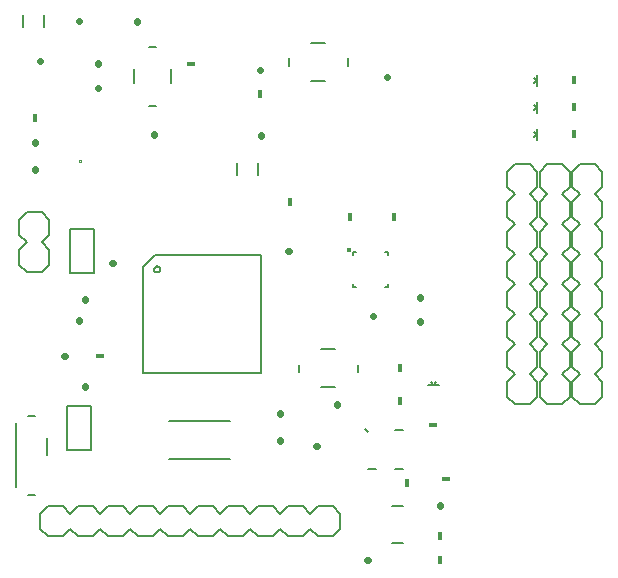
<source format=gto>
G75*
%MOIN*%
%OFA0B0*%
%FSLAX25Y25*%
%IPPOS*%
%LPD*%
%AMOC8*
5,1,8,0,0,1.08239X$1,22.5*
%
%ADD10C,0.02200*%
%ADD11C,0.00800*%
%ADD12R,0.01800X0.03000*%
%ADD13R,0.03000X0.01800*%
%ADD14C,0.00500*%
%ADD15C,0.01575*%
%ADD16C,0.00197*%
D10*
X0115800Y0137680D02*
X0115800Y0137920D01*
X0108920Y0147800D02*
X0108680Y0147800D01*
X0113800Y0159680D02*
X0113800Y0159920D01*
X0115800Y0166680D02*
X0115800Y0166920D01*
X0124680Y0178800D02*
X0124920Y0178800D01*
X0099200Y0209980D02*
X0099200Y0210220D01*
X0099200Y0218980D02*
X0099200Y0219220D01*
X0120100Y0237080D02*
X0120100Y0237320D01*
X0120100Y0245180D02*
X0120100Y0245420D01*
X0113700Y0259480D02*
X0113700Y0259720D01*
X0100600Y0246320D02*
X0100600Y0246080D01*
X0133200Y0259380D02*
X0133200Y0259620D01*
X0138700Y0221920D02*
X0138700Y0221680D01*
X0174300Y0221420D02*
X0174300Y0221180D01*
X0173900Y0243080D02*
X0173900Y0243320D01*
X0216400Y0241020D02*
X0216400Y0240780D01*
X0183620Y0182900D02*
X0183380Y0182900D01*
X0211580Y0161300D02*
X0211820Y0161300D01*
X0227300Y0159620D02*
X0227300Y0159380D01*
X0227400Y0167380D02*
X0227400Y0167620D01*
X0199800Y0131920D02*
X0199800Y0131680D01*
X0192920Y0117800D02*
X0192680Y0117800D01*
X0180800Y0119680D02*
X0180800Y0119920D01*
X0180800Y0128680D02*
X0180800Y0128920D01*
X0209680Y0079800D02*
X0209920Y0079800D01*
X0233900Y0097880D02*
X0233900Y0098120D01*
D11*
X0092682Y0104170D02*
X0092682Y0125430D01*
X0096619Y0127989D02*
X0098981Y0127989D01*
X0102918Y0120706D02*
X0102918Y0114800D01*
X0109863Y0116517D02*
X0109863Y0131083D01*
X0117737Y0131083D01*
X0117737Y0116517D01*
X0109863Y0116517D01*
X0098981Y0101611D02*
X0096619Y0101611D01*
X0100800Y0095300D02*
X0103300Y0097800D01*
X0108300Y0097800D01*
X0110800Y0095300D01*
X0113300Y0097800D01*
X0118300Y0097800D01*
X0120800Y0095300D01*
X0123300Y0097800D01*
X0128300Y0097800D01*
X0130800Y0095300D01*
X0133300Y0097800D01*
X0138300Y0097800D01*
X0140800Y0095300D01*
X0143300Y0097800D01*
X0148300Y0097800D01*
X0150800Y0095300D01*
X0153300Y0097800D01*
X0158300Y0097800D01*
X0160800Y0095300D01*
X0163300Y0097800D01*
X0168300Y0097800D01*
X0170800Y0095300D01*
X0173300Y0097800D01*
X0178300Y0097800D01*
X0180800Y0095300D01*
X0183300Y0097800D01*
X0188300Y0097800D01*
X0190800Y0095300D01*
X0193300Y0097800D01*
X0198300Y0097800D01*
X0200800Y0095300D01*
X0200800Y0090300D01*
X0198300Y0087800D01*
X0193300Y0087800D01*
X0190800Y0090300D01*
X0188300Y0087800D01*
X0183300Y0087800D01*
X0180800Y0090300D01*
X0178300Y0087800D01*
X0173300Y0087800D01*
X0170800Y0090300D01*
X0168300Y0087800D01*
X0163300Y0087800D01*
X0160800Y0090300D01*
X0158300Y0087800D01*
X0153300Y0087800D01*
X0150800Y0090300D01*
X0148300Y0087800D01*
X0143300Y0087800D01*
X0140800Y0090300D01*
X0138300Y0087800D01*
X0133300Y0087800D01*
X0130800Y0090300D01*
X0128300Y0087800D01*
X0123300Y0087800D01*
X0120800Y0090300D01*
X0118300Y0087800D01*
X0113300Y0087800D01*
X0110800Y0090300D01*
X0108300Y0087800D01*
X0103300Y0087800D01*
X0100800Y0090300D01*
X0100800Y0095300D01*
X0135115Y0142115D02*
X0174485Y0142115D01*
X0174485Y0181485D01*
X0139052Y0181485D01*
X0135115Y0177548D01*
X0135115Y0142115D01*
X0118737Y0175517D02*
X0110863Y0175517D01*
X0110863Y0190083D01*
X0118737Y0190083D01*
X0118737Y0175517D01*
X0103800Y0178300D02*
X0101300Y0175800D01*
X0096300Y0175800D01*
X0093800Y0178300D01*
X0093800Y0183300D01*
X0096300Y0185800D01*
X0093800Y0188300D01*
X0093800Y0193300D01*
X0096300Y0195800D01*
X0101300Y0195800D01*
X0103800Y0193300D01*
X0103800Y0188300D01*
X0101300Y0185800D01*
X0103800Y0183300D01*
X0103800Y0178300D01*
X0137019Y0231357D02*
X0139381Y0231357D01*
X0144499Y0238838D02*
X0144499Y0243562D01*
X0139381Y0251043D02*
X0137019Y0251043D01*
X0131901Y0243562D02*
X0131901Y0238838D01*
X0102200Y0257500D02*
X0102200Y0261500D01*
X0095200Y0261500D02*
X0095200Y0257500D01*
X0166500Y0212200D02*
X0166500Y0208200D01*
X0173500Y0208200D02*
X0173500Y0212200D01*
X0191138Y0239601D02*
X0195862Y0239601D01*
X0203343Y0244719D02*
X0203343Y0247081D01*
X0195862Y0252199D02*
X0191138Y0252199D01*
X0183657Y0247081D02*
X0183657Y0244719D01*
X0256400Y0209300D02*
X0256400Y0204300D01*
X0258900Y0201800D01*
X0256400Y0199300D01*
X0256400Y0194300D01*
X0258900Y0191800D01*
X0256400Y0189300D01*
X0256400Y0184300D01*
X0258900Y0181800D01*
X0256400Y0179300D01*
X0256400Y0174300D01*
X0258900Y0171800D01*
X0256400Y0169300D01*
X0256400Y0164300D01*
X0258900Y0161800D01*
X0256400Y0159300D01*
X0256400Y0154300D01*
X0258900Y0151800D01*
X0256400Y0149300D01*
X0256400Y0144300D01*
X0258900Y0141800D01*
X0256400Y0139300D01*
X0256400Y0134300D01*
X0258900Y0131800D01*
X0263900Y0131800D01*
X0266400Y0134300D01*
X0266400Y0139300D01*
X0263900Y0141800D01*
X0266400Y0144300D01*
X0266400Y0149300D01*
X0263900Y0151800D01*
X0266400Y0154300D01*
X0266400Y0159300D01*
X0263900Y0161800D01*
X0266400Y0164300D01*
X0266400Y0169300D01*
X0263900Y0171800D01*
X0266400Y0174300D01*
X0266400Y0179300D01*
X0263900Y0181800D01*
X0266400Y0184300D01*
X0266400Y0189300D01*
X0263900Y0191800D01*
X0266400Y0194300D01*
X0266400Y0199300D01*
X0263900Y0201800D01*
X0266400Y0204300D01*
X0266400Y0209300D01*
X0263900Y0211800D01*
X0258900Y0211800D01*
X0256400Y0209300D01*
X0267300Y0209300D02*
X0267300Y0204300D01*
X0269800Y0201800D01*
X0267300Y0199300D01*
X0267300Y0194300D01*
X0269800Y0191800D01*
X0267300Y0189300D01*
X0267300Y0184300D01*
X0269800Y0181800D01*
X0267300Y0179300D01*
X0267300Y0174300D01*
X0269800Y0171800D01*
X0267300Y0169300D01*
X0267300Y0164300D01*
X0269800Y0161800D01*
X0267300Y0159300D01*
X0267300Y0154300D01*
X0269800Y0151800D01*
X0267300Y0149300D01*
X0267300Y0144300D01*
X0269800Y0141800D01*
X0267300Y0139300D01*
X0267300Y0134300D01*
X0269800Y0131800D01*
X0274800Y0131800D01*
X0277300Y0134300D01*
X0277300Y0139300D01*
X0274800Y0141800D01*
X0277300Y0144300D01*
X0277300Y0149300D01*
X0274800Y0151800D01*
X0277300Y0154300D01*
X0277300Y0159300D01*
X0274800Y0161800D01*
X0277300Y0164300D01*
X0277300Y0169300D01*
X0274800Y0171800D01*
X0277300Y0174300D01*
X0277300Y0179300D01*
X0274800Y0181800D01*
X0277300Y0184300D01*
X0277300Y0189300D01*
X0274800Y0191800D01*
X0277300Y0194300D01*
X0277300Y0199300D01*
X0274800Y0201800D01*
X0277300Y0204300D01*
X0277300Y0209300D01*
X0274800Y0211800D01*
X0269800Y0211800D01*
X0267300Y0209300D01*
X0266469Y0219989D02*
X0266469Y0221800D01*
X0265249Y0220880D01*
X0266469Y0221800D02*
X0266469Y0223611D01*
X0265249Y0222660D02*
X0266409Y0221900D01*
X0266469Y0228989D02*
X0266469Y0230800D01*
X0265249Y0229880D01*
X0266469Y0230800D02*
X0266469Y0232611D01*
X0265249Y0231660D02*
X0266409Y0230900D01*
X0266469Y0237989D02*
X0266469Y0239800D01*
X0265249Y0238880D01*
X0266469Y0239800D02*
X0266469Y0241611D01*
X0265249Y0240660D02*
X0266409Y0239900D01*
X0280700Y0211800D02*
X0278200Y0209300D01*
X0278200Y0204300D01*
X0280700Y0201800D01*
X0278200Y0199300D01*
X0278200Y0194300D01*
X0280700Y0191800D01*
X0278200Y0189300D01*
X0278200Y0184300D01*
X0280700Y0181800D01*
X0278200Y0179300D01*
X0278200Y0174300D01*
X0280700Y0171800D01*
X0278200Y0169300D01*
X0278200Y0164300D01*
X0280700Y0161800D01*
X0278200Y0159300D01*
X0278200Y0154300D01*
X0280700Y0151800D01*
X0278200Y0149300D01*
X0278200Y0144300D01*
X0280700Y0141800D01*
X0278200Y0139300D01*
X0278200Y0134300D01*
X0280700Y0131800D01*
X0285700Y0131800D01*
X0288200Y0134300D01*
X0288200Y0139300D01*
X0285700Y0141800D01*
X0288200Y0144300D01*
X0288200Y0149300D01*
X0285700Y0151800D01*
X0288200Y0154300D01*
X0288200Y0159300D01*
X0285700Y0161800D01*
X0288200Y0164300D01*
X0288200Y0169300D01*
X0285700Y0171800D01*
X0288200Y0174300D01*
X0288200Y0179300D01*
X0285700Y0181800D01*
X0288200Y0184300D01*
X0288200Y0189300D01*
X0285700Y0191800D01*
X0288200Y0194300D01*
X0288200Y0199300D01*
X0285700Y0201800D01*
X0288200Y0204300D01*
X0288200Y0209300D01*
X0285700Y0211800D01*
X0280700Y0211800D01*
X0232660Y0139351D02*
X0231900Y0138191D01*
X0231800Y0138131D02*
X0230880Y0139351D01*
X0229989Y0138131D02*
X0231800Y0138131D01*
X0233611Y0138131D01*
X0221700Y0123300D02*
X0219100Y0123300D01*
X0209894Y0122706D02*
X0208910Y0123690D01*
X0199162Y0137501D02*
X0194438Y0137501D01*
X0186957Y0142619D02*
X0186957Y0144981D01*
X0194438Y0150099D02*
X0199162Y0150099D01*
X0206643Y0144981D02*
X0206643Y0142619D01*
X0210000Y0110300D02*
X0212600Y0110300D01*
X0219100Y0110300D02*
X0221700Y0110300D01*
X0221572Y0097902D02*
X0218028Y0097902D01*
X0218028Y0085698D02*
X0221572Y0085698D01*
D12*
X0233900Y0088000D03*
X0233900Y0080000D03*
X0223100Y0105600D03*
X0220800Y0132800D03*
X0220800Y0143800D03*
X0218800Y0194400D03*
X0204000Y0194200D03*
X0184100Y0199200D03*
X0173900Y0235100D03*
X0099200Y0227200D03*
X0278800Y0230800D03*
X0278800Y0221800D03*
X0278800Y0239800D03*
D13*
X0231800Y0124800D03*
X0235900Y0107000D03*
X0120800Y0147800D03*
X0151200Y0245400D03*
D14*
X0204994Y0182606D02*
X0206176Y0182606D01*
X0204994Y0182606D02*
X0204994Y0181424D01*
X0215624Y0182606D02*
X0216806Y0182606D01*
X0216806Y0181424D01*
X0216806Y0171976D02*
X0216806Y0170794D01*
X0215624Y0170794D01*
X0206176Y0170794D02*
X0204994Y0170794D01*
X0204994Y0171976D01*
X0164036Y0126099D02*
X0143564Y0126099D01*
X0143564Y0113501D02*
X0164036Y0113501D01*
X0138769Y0176831D02*
X0138771Y0176894D01*
X0138777Y0176956D01*
X0138787Y0177018D01*
X0138800Y0177080D01*
X0138818Y0177140D01*
X0138839Y0177199D01*
X0138864Y0177257D01*
X0138893Y0177313D01*
X0138925Y0177367D01*
X0138960Y0177419D01*
X0138998Y0177468D01*
X0139040Y0177516D01*
X0139084Y0177560D01*
X0139132Y0177602D01*
X0139181Y0177640D01*
X0139233Y0177675D01*
X0139287Y0177707D01*
X0139343Y0177736D01*
X0139401Y0177761D01*
X0139460Y0177782D01*
X0139520Y0177800D01*
X0139582Y0177813D01*
X0139644Y0177823D01*
X0139706Y0177829D01*
X0139769Y0177831D01*
X0139832Y0177829D01*
X0139894Y0177823D01*
X0139956Y0177813D01*
X0140018Y0177800D01*
X0140078Y0177782D01*
X0140137Y0177761D01*
X0140195Y0177736D01*
X0140251Y0177707D01*
X0140305Y0177675D01*
X0140357Y0177640D01*
X0140406Y0177602D01*
X0140454Y0177560D01*
X0140498Y0177516D01*
X0140540Y0177468D01*
X0140578Y0177419D01*
X0140613Y0177367D01*
X0140645Y0177313D01*
X0140674Y0177257D01*
X0140699Y0177199D01*
X0140720Y0177140D01*
X0140738Y0177080D01*
X0140751Y0177018D01*
X0140761Y0176956D01*
X0140767Y0176894D01*
X0140769Y0176831D01*
X0140767Y0176768D01*
X0140761Y0176706D01*
X0140751Y0176644D01*
X0140738Y0176582D01*
X0140720Y0176522D01*
X0140699Y0176463D01*
X0140674Y0176405D01*
X0140645Y0176349D01*
X0140613Y0176295D01*
X0140578Y0176243D01*
X0140540Y0176194D01*
X0140498Y0176146D01*
X0140454Y0176102D01*
X0140406Y0176060D01*
X0140357Y0176022D01*
X0140305Y0175987D01*
X0140251Y0175955D01*
X0140195Y0175926D01*
X0140137Y0175901D01*
X0140078Y0175880D01*
X0140018Y0175862D01*
X0139956Y0175849D01*
X0139894Y0175839D01*
X0139832Y0175833D01*
X0139769Y0175831D01*
X0139706Y0175833D01*
X0139644Y0175839D01*
X0139582Y0175849D01*
X0139520Y0175862D01*
X0139460Y0175880D01*
X0139401Y0175901D01*
X0139343Y0175926D01*
X0139287Y0175955D01*
X0139233Y0175987D01*
X0139181Y0176022D01*
X0139132Y0176060D01*
X0139084Y0176102D01*
X0139040Y0176146D01*
X0138998Y0176194D01*
X0138960Y0176243D01*
X0138925Y0176295D01*
X0138893Y0176349D01*
X0138864Y0176405D01*
X0138839Y0176463D01*
X0138818Y0176522D01*
X0138800Y0176582D01*
X0138787Y0176644D01*
X0138777Y0176706D01*
X0138771Y0176768D01*
X0138769Y0176831D01*
D15*
X0203813Y0183393D03*
D16*
X0113658Y0212901D02*
X0113660Y0212943D01*
X0113666Y0212984D01*
X0113676Y0213025D01*
X0113690Y0213065D01*
X0113707Y0213103D01*
X0113728Y0213139D01*
X0113752Y0213173D01*
X0113780Y0213205D01*
X0113810Y0213234D01*
X0113843Y0213259D01*
X0113878Y0213282D01*
X0113915Y0213301D01*
X0113954Y0213317D01*
X0113994Y0213329D01*
X0114035Y0213337D01*
X0114077Y0213341D01*
X0114119Y0213341D01*
X0114161Y0213337D01*
X0114202Y0213329D01*
X0114242Y0213317D01*
X0114281Y0213301D01*
X0114318Y0213282D01*
X0114353Y0213259D01*
X0114386Y0213234D01*
X0114416Y0213205D01*
X0114444Y0213173D01*
X0114468Y0213139D01*
X0114489Y0213103D01*
X0114506Y0213065D01*
X0114520Y0213025D01*
X0114530Y0212984D01*
X0114536Y0212943D01*
X0114538Y0212901D01*
X0114536Y0212859D01*
X0114530Y0212818D01*
X0114520Y0212777D01*
X0114506Y0212737D01*
X0114489Y0212699D01*
X0114468Y0212663D01*
X0114444Y0212629D01*
X0114416Y0212597D01*
X0114386Y0212568D01*
X0114353Y0212543D01*
X0114318Y0212520D01*
X0114281Y0212501D01*
X0114242Y0212485D01*
X0114202Y0212473D01*
X0114161Y0212465D01*
X0114119Y0212461D01*
X0114077Y0212461D01*
X0114035Y0212465D01*
X0113994Y0212473D01*
X0113954Y0212485D01*
X0113915Y0212501D01*
X0113878Y0212520D01*
X0113843Y0212543D01*
X0113810Y0212568D01*
X0113780Y0212597D01*
X0113752Y0212629D01*
X0113728Y0212663D01*
X0113707Y0212699D01*
X0113690Y0212737D01*
X0113676Y0212777D01*
X0113666Y0212818D01*
X0113660Y0212859D01*
X0113658Y0212901D01*
M02*

</source>
